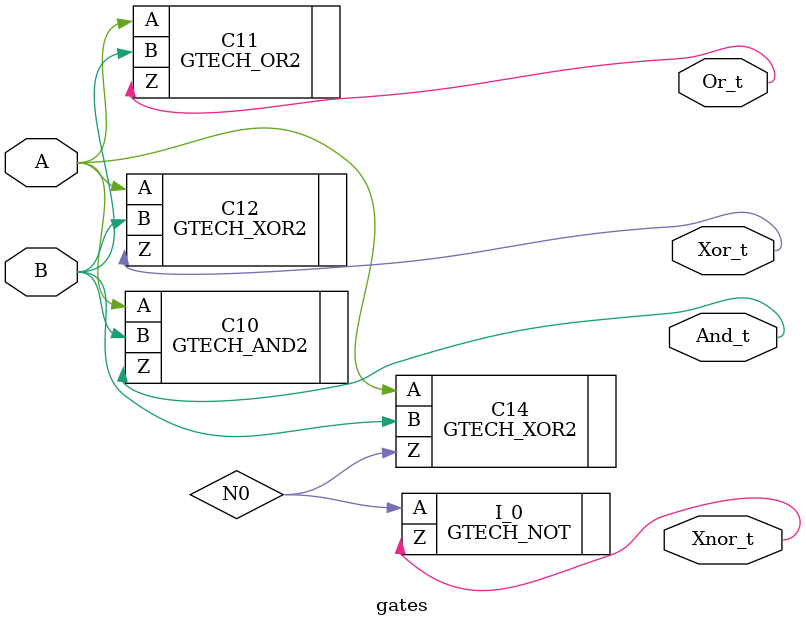
<source format=v>


module gates ( A, B, And_t, Or_t, Xor_t, Xnor_t );
  input A, B;
  output And_t, Or_t, Xor_t, Xnor_t;
  wire   N0;

  GTECH_AND2 C10 ( .A(A), .B(B), .Z(And_t) );
  GTECH_OR2 C11 ( .A(A), .B(B), .Z(Or_t) );
  GTECH_XOR2 C12 ( .A(A), .B(B), .Z(Xor_t) );
  GTECH_NOT I_0 ( .A(N0), .Z(Xnor_t) );
  GTECH_XOR2 C14 ( .A(A), .B(B), .Z(N0) );
endmodule


</source>
